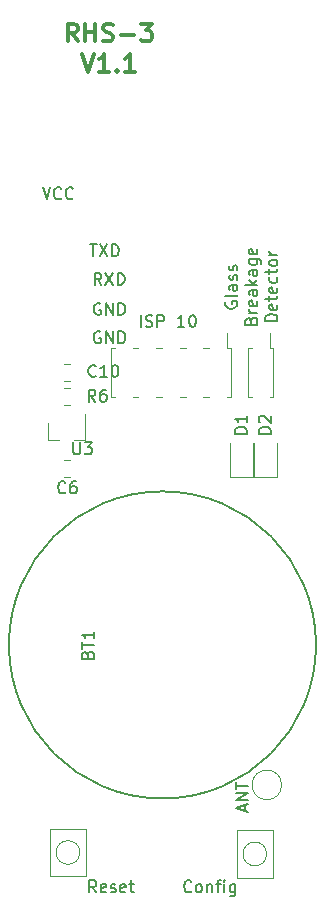
<source format=gto>
G04 #@! TF.GenerationSoftware,KiCad,Pcbnew,(5.1.5)-3*
G04 #@! TF.CreationDate,2020-04-21T12:57:46+02:00*
G04 #@! TF.ProjectId,RHS_3_Simple,5248535f-335f-4536-996d-706c652e6b69,rev?*
G04 #@! TF.SameCoordinates,Original*
G04 #@! TF.FileFunction,Legend,Top*
G04 #@! TF.FilePolarity,Positive*
%FSLAX46Y46*%
G04 Gerber Fmt 4.6, Leading zero omitted, Abs format (unit mm)*
G04 Created by KiCad (PCBNEW (5.1.5)-3) date 2020-04-21 12:57:46*
%MOMM*%
%LPD*%
G04 APERTURE LIST*
%ADD10C,0.200000*%
%ADD11C,0.300000*%
%ADD12C,0.150000*%
%ADD13C,0.120000*%
G04 APERTURE END LIST*
D10*
X105369000Y-132452904D02*
X105321380Y-132548142D01*
X105321380Y-132691000D01*
X105369000Y-132833857D01*
X105464238Y-132929095D01*
X105559476Y-132976714D01*
X105749952Y-133024333D01*
X105892809Y-133024333D01*
X106083285Y-132976714D01*
X106178523Y-132929095D01*
X106273761Y-132833857D01*
X106321380Y-132691000D01*
X106321380Y-132595761D01*
X106273761Y-132452904D01*
X106226142Y-132405285D01*
X105892809Y-132405285D01*
X105892809Y-132595761D01*
X106321380Y-131833857D02*
X106273761Y-131929095D01*
X106178523Y-131976714D01*
X105321380Y-131976714D01*
X106321380Y-131024333D02*
X105797571Y-131024333D01*
X105702333Y-131071952D01*
X105654714Y-131167190D01*
X105654714Y-131357666D01*
X105702333Y-131452904D01*
X106273761Y-131024333D02*
X106321380Y-131119571D01*
X106321380Y-131357666D01*
X106273761Y-131452904D01*
X106178523Y-131500523D01*
X106083285Y-131500523D01*
X105988047Y-131452904D01*
X105940428Y-131357666D01*
X105940428Y-131119571D01*
X105892809Y-131024333D01*
X106273761Y-130595761D02*
X106321380Y-130500523D01*
X106321380Y-130310047D01*
X106273761Y-130214809D01*
X106178523Y-130167190D01*
X106130904Y-130167190D01*
X106035666Y-130214809D01*
X105988047Y-130310047D01*
X105988047Y-130452904D01*
X105940428Y-130548142D01*
X105845190Y-130595761D01*
X105797571Y-130595761D01*
X105702333Y-130548142D01*
X105654714Y-130452904D01*
X105654714Y-130310047D01*
X105702333Y-130214809D01*
X106273761Y-129786238D02*
X106321380Y-129691000D01*
X106321380Y-129500523D01*
X106273761Y-129405285D01*
X106178523Y-129357666D01*
X106130904Y-129357666D01*
X106035666Y-129405285D01*
X105988047Y-129500523D01*
X105988047Y-129643380D01*
X105940428Y-129738619D01*
X105845190Y-129786238D01*
X105797571Y-129786238D01*
X105702333Y-129738619D01*
X105654714Y-129643380D01*
X105654714Y-129500523D01*
X105702333Y-129405285D01*
X107497571Y-134048142D02*
X107545190Y-133905285D01*
X107592809Y-133857666D01*
X107688047Y-133810047D01*
X107830904Y-133810047D01*
X107926142Y-133857666D01*
X107973761Y-133905285D01*
X108021380Y-134000523D01*
X108021380Y-134381476D01*
X107021380Y-134381476D01*
X107021380Y-134048142D01*
X107069000Y-133952904D01*
X107116619Y-133905285D01*
X107211857Y-133857666D01*
X107307095Y-133857666D01*
X107402333Y-133905285D01*
X107449952Y-133952904D01*
X107497571Y-134048142D01*
X107497571Y-134381476D01*
X108021380Y-133381476D02*
X107354714Y-133381476D01*
X107545190Y-133381476D02*
X107449952Y-133333857D01*
X107402333Y-133286238D01*
X107354714Y-133191000D01*
X107354714Y-133095761D01*
X107973761Y-132381476D02*
X108021380Y-132476714D01*
X108021380Y-132667190D01*
X107973761Y-132762428D01*
X107878523Y-132810047D01*
X107497571Y-132810047D01*
X107402333Y-132762428D01*
X107354714Y-132667190D01*
X107354714Y-132476714D01*
X107402333Y-132381476D01*
X107497571Y-132333857D01*
X107592809Y-132333857D01*
X107688047Y-132810047D01*
X108021380Y-131476714D02*
X107497571Y-131476714D01*
X107402333Y-131524333D01*
X107354714Y-131619571D01*
X107354714Y-131810047D01*
X107402333Y-131905285D01*
X107973761Y-131476714D02*
X108021380Y-131571952D01*
X108021380Y-131810047D01*
X107973761Y-131905285D01*
X107878523Y-131952904D01*
X107783285Y-131952904D01*
X107688047Y-131905285D01*
X107640428Y-131810047D01*
X107640428Y-131571952D01*
X107592809Y-131476714D01*
X108021380Y-131000523D02*
X107021380Y-131000523D01*
X107640428Y-130905285D02*
X108021380Y-130619571D01*
X107354714Y-130619571D02*
X107735666Y-131000523D01*
X108021380Y-129762428D02*
X107497571Y-129762428D01*
X107402333Y-129810047D01*
X107354714Y-129905285D01*
X107354714Y-130095761D01*
X107402333Y-130191000D01*
X107973761Y-129762428D02*
X108021380Y-129857666D01*
X108021380Y-130095761D01*
X107973761Y-130191000D01*
X107878523Y-130238619D01*
X107783285Y-130238619D01*
X107688047Y-130191000D01*
X107640428Y-130095761D01*
X107640428Y-129857666D01*
X107592809Y-129762428D01*
X107354714Y-128857666D02*
X108164238Y-128857666D01*
X108259476Y-128905285D01*
X108307095Y-128952904D01*
X108354714Y-129048142D01*
X108354714Y-129191000D01*
X108307095Y-129286238D01*
X107973761Y-128857666D02*
X108021380Y-128952904D01*
X108021380Y-129143380D01*
X107973761Y-129238619D01*
X107926142Y-129286238D01*
X107830904Y-129333857D01*
X107545190Y-129333857D01*
X107449952Y-129286238D01*
X107402333Y-129238619D01*
X107354714Y-129143380D01*
X107354714Y-128952904D01*
X107402333Y-128857666D01*
X107973761Y-128000523D02*
X108021380Y-128095761D01*
X108021380Y-128286238D01*
X107973761Y-128381476D01*
X107878523Y-128429095D01*
X107497571Y-128429095D01*
X107402333Y-128381476D01*
X107354714Y-128286238D01*
X107354714Y-128095761D01*
X107402333Y-128000523D01*
X107497571Y-127952904D01*
X107592809Y-127952904D01*
X107688047Y-128429095D01*
X109721380Y-134071952D02*
X108721380Y-134071952D01*
X108721380Y-133833857D01*
X108769000Y-133691000D01*
X108864238Y-133595761D01*
X108959476Y-133548142D01*
X109149952Y-133500523D01*
X109292809Y-133500523D01*
X109483285Y-133548142D01*
X109578523Y-133595761D01*
X109673761Y-133691000D01*
X109721380Y-133833857D01*
X109721380Y-134071952D01*
X109673761Y-132691000D02*
X109721380Y-132786238D01*
X109721380Y-132976714D01*
X109673761Y-133071952D01*
X109578523Y-133119571D01*
X109197571Y-133119571D01*
X109102333Y-133071952D01*
X109054714Y-132976714D01*
X109054714Y-132786238D01*
X109102333Y-132691000D01*
X109197571Y-132643380D01*
X109292809Y-132643380D01*
X109388047Y-133119571D01*
X109054714Y-132357666D02*
X109054714Y-131976714D01*
X108721380Y-132214809D02*
X109578523Y-132214809D01*
X109673761Y-132167190D01*
X109721380Y-132071952D01*
X109721380Y-131976714D01*
X109673761Y-131262428D02*
X109721380Y-131357666D01*
X109721380Y-131548142D01*
X109673761Y-131643380D01*
X109578523Y-131691000D01*
X109197571Y-131691000D01*
X109102333Y-131643380D01*
X109054714Y-131548142D01*
X109054714Y-131357666D01*
X109102333Y-131262428D01*
X109197571Y-131214809D01*
X109292809Y-131214809D01*
X109388047Y-131691000D01*
X109673761Y-130357666D02*
X109721380Y-130452904D01*
X109721380Y-130643380D01*
X109673761Y-130738619D01*
X109626142Y-130786238D01*
X109530904Y-130833857D01*
X109245190Y-130833857D01*
X109149952Y-130786238D01*
X109102333Y-130738619D01*
X109054714Y-130643380D01*
X109054714Y-130452904D01*
X109102333Y-130357666D01*
X109054714Y-130071952D02*
X109054714Y-129691000D01*
X108721380Y-129929095D02*
X109578523Y-129929095D01*
X109673761Y-129881476D01*
X109721380Y-129786238D01*
X109721380Y-129691000D01*
X109721380Y-129214809D02*
X109673761Y-129310047D01*
X109626142Y-129357666D01*
X109530904Y-129405285D01*
X109245190Y-129405285D01*
X109149952Y-129357666D01*
X109102333Y-129310047D01*
X109054714Y-129214809D01*
X109054714Y-129071952D01*
X109102333Y-128976714D01*
X109149952Y-128929095D01*
X109245190Y-128881476D01*
X109530904Y-128881476D01*
X109626142Y-128929095D01*
X109673761Y-128976714D01*
X109721380Y-129071952D01*
X109721380Y-129214809D01*
X109721380Y-128452904D02*
X109054714Y-128452904D01*
X109245190Y-128452904D02*
X109149952Y-128405285D01*
X109102333Y-128357666D01*
X109054714Y-128262428D01*
X109054714Y-128167190D01*
D11*
X92825428Y-110401571D02*
X92325428Y-109687285D01*
X91968285Y-110401571D02*
X91968285Y-108901571D01*
X92539714Y-108901571D01*
X92682571Y-108973000D01*
X92754000Y-109044428D01*
X92825428Y-109187285D01*
X92825428Y-109401571D01*
X92754000Y-109544428D01*
X92682571Y-109615857D01*
X92539714Y-109687285D01*
X91968285Y-109687285D01*
X93468285Y-110401571D02*
X93468285Y-108901571D01*
X93468285Y-109615857D02*
X94325428Y-109615857D01*
X94325428Y-110401571D02*
X94325428Y-108901571D01*
X94968285Y-110330142D02*
X95182571Y-110401571D01*
X95539714Y-110401571D01*
X95682571Y-110330142D01*
X95754000Y-110258714D01*
X95825428Y-110115857D01*
X95825428Y-109973000D01*
X95754000Y-109830142D01*
X95682571Y-109758714D01*
X95539714Y-109687285D01*
X95254000Y-109615857D01*
X95111142Y-109544428D01*
X95039714Y-109473000D01*
X94968285Y-109330142D01*
X94968285Y-109187285D01*
X95039714Y-109044428D01*
X95111142Y-108973000D01*
X95254000Y-108901571D01*
X95611142Y-108901571D01*
X95825428Y-108973000D01*
X96468285Y-109830142D02*
X97611142Y-109830142D01*
X98182571Y-108901571D02*
X99111142Y-108901571D01*
X98611142Y-109473000D01*
X98825428Y-109473000D01*
X98968285Y-109544428D01*
X99039714Y-109615857D01*
X99111142Y-109758714D01*
X99111142Y-110115857D01*
X99039714Y-110258714D01*
X98968285Y-110330142D01*
X98825428Y-110401571D01*
X98396857Y-110401571D01*
X98254000Y-110330142D01*
X98182571Y-110258714D01*
X93218285Y-111451571D02*
X93718285Y-112951571D01*
X94218285Y-111451571D01*
X95504000Y-112951571D02*
X94646857Y-112951571D01*
X95075428Y-112951571D02*
X95075428Y-111451571D01*
X94932571Y-111665857D01*
X94789714Y-111808714D01*
X94646857Y-111880142D01*
X96146857Y-112808714D02*
X96218285Y-112880142D01*
X96146857Y-112951571D01*
X96075428Y-112880142D01*
X96146857Y-112808714D01*
X96146857Y-112951571D01*
X97646857Y-112951571D02*
X96789714Y-112951571D01*
X97218285Y-112951571D02*
X97218285Y-111451571D01*
X97075428Y-111665857D01*
X96932571Y-111808714D01*
X96789714Y-111880142D01*
D12*
X94742095Y-135009000D02*
X94646857Y-134961380D01*
X94504000Y-134961380D01*
X94361142Y-135009000D01*
X94265904Y-135104238D01*
X94218285Y-135199476D01*
X94170666Y-135389952D01*
X94170666Y-135532809D01*
X94218285Y-135723285D01*
X94265904Y-135818523D01*
X94361142Y-135913761D01*
X94504000Y-135961380D01*
X94599238Y-135961380D01*
X94742095Y-135913761D01*
X94789714Y-135866142D01*
X94789714Y-135532809D01*
X94599238Y-135532809D01*
X95218285Y-135961380D02*
X95218285Y-134961380D01*
X95789714Y-135961380D01*
X95789714Y-134961380D01*
X96265904Y-135961380D02*
X96265904Y-134961380D01*
X96504000Y-134961380D01*
X96646857Y-135009000D01*
X96742095Y-135104238D01*
X96789714Y-135199476D01*
X96837333Y-135389952D01*
X96837333Y-135532809D01*
X96789714Y-135723285D01*
X96742095Y-135818523D01*
X96646857Y-135913761D01*
X96504000Y-135961380D01*
X96265904Y-135961380D01*
X94742095Y-132596000D02*
X94646857Y-132548380D01*
X94504000Y-132548380D01*
X94361142Y-132596000D01*
X94265904Y-132691238D01*
X94218285Y-132786476D01*
X94170666Y-132976952D01*
X94170666Y-133119809D01*
X94218285Y-133310285D01*
X94265904Y-133405523D01*
X94361142Y-133500761D01*
X94504000Y-133548380D01*
X94599238Y-133548380D01*
X94742095Y-133500761D01*
X94789714Y-133453142D01*
X94789714Y-133119809D01*
X94599238Y-133119809D01*
X95218285Y-133548380D02*
X95218285Y-132548380D01*
X95789714Y-133548380D01*
X95789714Y-132548380D01*
X96265904Y-133548380D02*
X96265904Y-132548380D01*
X96504000Y-132548380D01*
X96646857Y-132596000D01*
X96742095Y-132691238D01*
X96789714Y-132786476D01*
X96837333Y-132976952D01*
X96837333Y-133119809D01*
X96789714Y-133310285D01*
X96742095Y-133405523D01*
X96646857Y-133500761D01*
X96504000Y-133548380D01*
X96265904Y-133548380D01*
X94837333Y-131008380D02*
X94504000Y-130532190D01*
X94265904Y-131008380D02*
X94265904Y-130008380D01*
X94646857Y-130008380D01*
X94742095Y-130056000D01*
X94789714Y-130103619D01*
X94837333Y-130198857D01*
X94837333Y-130341714D01*
X94789714Y-130436952D01*
X94742095Y-130484571D01*
X94646857Y-130532190D01*
X94265904Y-130532190D01*
X95170666Y-130008380D02*
X95837333Y-131008380D01*
X95837333Y-130008380D02*
X95170666Y-131008380D01*
X96218285Y-131008380D02*
X96218285Y-130008380D01*
X96456380Y-130008380D01*
X96599238Y-130056000D01*
X96694476Y-130151238D01*
X96742095Y-130246476D01*
X96789714Y-130436952D01*
X96789714Y-130579809D01*
X96742095Y-130770285D01*
X96694476Y-130865523D01*
X96599238Y-130960761D01*
X96456380Y-131008380D01*
X96218285Y-131008380D01*
X93861095Y-127595380D02*
X94432523Y-127595380D01*
X94146809Y-128595380D02*
X94146809Y-127595380D01*
X94670619Y-127595380D02*
X95337285Y-128595380D01*
X95337285Y-127595380D02*
X94670619Y-128595380D01*
X95718238Y-128595380D02*
X95718238Y-127595380D01*
X95956333Y-127595380D01*
X96099190Y-127643000D01*
X96194428Y-127738238D01*
X96242047Y-127833476D01*
X96289666Y-128023952D01*
X96289666Y-128166809D01*
X96242047Y-128357285D01*
X96194428Y-128452523D01*
X96099190Y-128547761D01*
X95956333Y-128595380D01*
X95718238Y-128595380D01*
X89852666Y-122769380D02*
X90186000Y-123769380D01*
X90519333Y-122769380D01*
X91424095Y-123674142D02*
X91376476Y-123721761D01*
X91233619Y-123769380D01*
X91138380Y-123769380D01*
X90995523Y-123721761D01*
X90900285Y-123626523D01*
X90852666Y-123531285D01*
X90805047Y-123340809D01*
X90805047Y-123197952D01*
X90852666Y-123007476D01*
X90900285Y-122912238D01*
X90995523Y-122817000D01*
X91138380Y-122769380D01*
X91233619Y-122769380D01*
X91376476Y-122817000D01*
X91424095Y-122864619D01*
X92424095Y-123674142D02*
X92376476Y-123721761D01*
X92233619Y-123769380D01*
X92138380Y-123769380D01*
X91995523Y-123721761D01*
X91900285Y-123626523D01*
X91852666Y-123531285D01*
X91805047Y-123340809D01*
X91805047Y-123197952D01*
X91852666Y-123007476D01*
X91900285Y-122912238D01*
X91995523Y-122817000D01*
X92138380Y-122769380D01*
X92233619Y-122769380D01*
X92376476Y-122817000D01*
X92424095Y-122864619D01*
D13*
X107571000Y-140490000D02*
X107271000Y-140490000D01*
X107571000Y-136370000D02*
X107271000Y-136370000D01*
X109391000Y-140490000D02*
X109091000Y-140490000D01*
X109391000Y-136370000D02*
X109091000Y-136370000D01*
X109091000Y-135115000D02*
X109091000Y-136370000D01*
X107271000Y-136370000D02*
X107271000Y-140490000D01*
X109391000Y-136370000D02*
X109391000Y-140490000D01*
X97951000Y-140490000D02*
X97471000Y-140490000D01*
X97951000Y-136370000D02*
X97471000Y-136370000D01*
X99951000Y-140490000D02*
X99471000Y-140490000D01*
X99951000Y-136370000D02*
X99471000Y-136370000D01*
X101951000Y-140490000D02*
X101471000Y-140490000D01*
X101951000Y-136370000D02*
X101471000Y-136370000D01*
X103951000Y-140490000D02*
X103471000Y-140490000D01*
X103951000Y-136370000D02*
X103471000Y-136370000D01*
X95951000Y-140490000D02*
X95651000Y-140490000D01*
X95951000Y-136370000D02*
X95651000Y-136370000D01*
X105771000Y-140490000D02*
X105471000Y-140490000D01*
X105771000Y-136370000D02*
X105471000Y-136370000D01*
X105471000Y-135115000D02*
X105471000Y-136370000D01*
X95651000Y-136370000D02*
X95651000Y-140490000D01*
X105771000Y-136370000D02*
X105771000Y-140490000D01*
D10*
X113000000Y-161500000D02*
G75*
G03X113000000Y-161500000I-13000000J0D01*
G01*
D13*
X92209252Y-139752000D02*
X91686748Y-139752000D01*
X92209252Y-141172000D02*
X91686748Y-141172000D01*
X91676748Y-137720000D02*
X92199252Y-137720000D01*
X91676748Y-139140000D02*
X92199252Y-139140000D01*
X105720000Y-144415000D02*
X105720000Y-147275000D01*
X105720000Y-147275000D02*
X107640000Y-147275000D01*
X107640000Y-147275000D02*
X107640000Y-144415000D01*
X109672000Y-147275000D02*
X109672000Y-144415000D01*
X107752000Y-147275000D02*
X109672000Y-147275000D01*
X107752000Y-144415000D02*
X107752000Y-147275000D01*
X90288000Y-144143000D02*
X90288000Y-142683000D01*
X93448000Y-144143000D02*
X93448000Y-141983000D01*
X93448000Y-144143000D02*
X92518000Y-144143000D01*
X90288000Y-144143000D02*
X91218000Y-144143000D01*
X92209252Y-147268000D02*
X91686748Y-147268000D01*
X92209252Y-145848000D02*
X91686748Y-145848000D01*
X90500000Y-179070000D02*
X90500000Y-177070000D01*
X90500000Y-177070000D02*
X93500000Y-177070000D01*
X93500000Y-177070000D02*
X93500000Y-181070000D01*
X93500000Y-181070000D02*
X90500000Y-181070000D01*
X90500000Y-181070000D02*
X90500000Y-179070000D01*
X93000000Y-179070000D02*
G75*
G03X93000000Y-179070000I-1000000J0D01*
G01*
X108823000Y-179197000D02*
G75*
G03X108823000Y-179197000I-1000000J0D01*
G01*
X106323000Y-181197000D02*
X106323000Y-179197000D01*
X109323000Y-181197000D02*
X106323000Y-181197000D01*
X109323000Y-177197000D02*
X109323000Y-181197000D01*
X106323000Y-177197000D02*
X109323000Y-177197000D01*
X106323000Y-179197000D02*
X106323000Y-177197000D01*
X110090000Y-173355000D02*
G75*
G03X110090000Y-173355000I-1251000J0D01*
G01*
D12*
X98147476Y-134564380D02*
X98147476Y-133564380D01*
X98576047Y-134516761D02*
X98718904Y-134564380D01*
X98957000Y-134564380D01*
X99052238Y-134516761D01*
X99099857Y-134469142D01*
X99147476Y-134373904D01*
X99147476Y-134278666D01*
X99099857Y-134183428D01*
X99052238Y-134135809D01*
X98957000Y-134088190D01*
X98766523Y-134040571D01*
X98671285Y-133992952D01*
X98623666Y-133945333D01*
X98576047Y-133850095D01*
X98576047Y-133754857D01*
X98623666Y-133659619D01*
X98671285Y-133612000D01*
X98766523Y-133564380D01*
X99004619Y-133564380D01*
X99147476Y-133612000D01*
X99576047Y-134564380D02*
X99576047Y-133564380D01*
X99957000Y-133564380D01*
X100052238Y-133612000D01*
X100099857Y-133659619D01*
X100147476Y-133754857D01*
X100147476Y-133897714D01*
X100099857Y-133992952D01*
X100052238Y-134040571D01*
X99957000Y-134088190D01*
X99576047Y-134088190D01*
X101861761Y-134564380D02*
X101290333Y-134564380D01*
X101576047Y-134564380D02*
X101576047Y-133564380D01*
X101480809Y-133707238D01*
X101385571Y-133802476D01*
X101290333Y-133850095D01*
X102480809Y-133564380D02*
X102576047Y-133564380D01*
X102671285Y-133612000D01*
X102718904Y-133659619D01*
X102766523Y-133754857D01*
X102814142Y-133945333D01*
X102814142Y-134183428D01*
X102766523Y-134373904D01*
X102718904Y-134469142D01*
X102671285Y-134516761D01*
X102576047Y-134564380D01*
X102480809Y-134564380D01*
X102385571Y-134516761D01*
X102337952Y-134469142D01*
X102290333Y-134373904D01*
X102242714Y-134183428D01*
X102242714Y-133945333D01*
X102290333Y-133754857D01*
X102337952Y-133659619D01*
X102385571Y-133612000D01*
X102480809Y-133564380D01*
X93654571Y-162329714D02*
X93702190Y-162186857D01*
X93749809Y-162139238D01*
X93845047Y-162091619D01*
X93987904Y-162091619D01*
X94083142Y-162139238D01*
X94130761Y-162186857D01*
X94178380Y-162282095D01*
X94178380Y-162663047D01*
X93178380Y-162663047D01*
X93178380Y-162329714D01*
X93226000Y-162234476D01*
X93273619Y-162186857D01*
X93368857Y-162139238D01*
X93464095Y-162139238D01*
X93559333Y-162186857D01*
X93606952Y-162234476D01*
X93654571Y-162329714D01*
X93654571Y-162663047D01*
X93178380Y-161805904D02*
X93178380Y-161234476D01*
X94178380Y-161520190D02*
X93178380Y-161520190D01*
X94178380Y-160377333D02*
X94178380Y-160948761D01*
X94178380Y-160663047D02*
X93178380Y-160663047D01*
X93321238Y-160758285D01*
X93416476Y-160853523D01*
X93464095Y-160948761D01*
X94321333Y-140894380D02*
X93988000Y-140418190D01*
X93749904Y-140894380D02*
X93749904Y-139894380D01*
X94130857Y-139894380D01*
X94226095Y-139942000D01*
X94273714Y-139989619D01*
X94321333Y-140084857D01*
X94321333Y-140227714D01*
X94273714Y-140322952D01*
X94226095Y-140370571D01*
X94130857Y-140418190D01*
X93749904Y-140418190D01*
X95178476Y-139894380D02*
X94988000Y-139894380D01*
X94892761Y-139942000D01*
X94845142Y-139989619D01*
X94749904Y-140132476D01*
X94702285Y-140322952D01*
X94702285Y-140703904D01*
X94749904Y-140799142D01*
X94797523Y-140846761D01*
X94892761Y-140894380D01*
X95083238Y-140894380D01*
X95178476Y-140846761D01*
X95226095Y-140799142D01*
X95273714Y-140703904D01*
X95273714Y-140465809D01*
X95226095Y-140370571D01*
X95178476Y-140322952D01*
X95083238Y-140275333D01*
X94892761Y-140275333D01*
X94797523Y-140322952D01*
X94749904Y-140370571D01*
X94702285Y-140465809D01*
X94353142Y-138707142D02*
X94305523Y-138754761D01*
X94162666Y-138802380D01*
X94067428Y-138802380D01*
X93924571Y-138754761D01*
X93829333Y-138659523D01*
X93781714Y-138564285D01*
X93734095Y-138373809D01*
X93734095Y-138230952D01*
X93781714Y-138040476D01*
X93829333Y-137945238D01*
X93924571Y-137850000D01*
X94067428Y-137802380D01*
X94162666Y-137802380D01*
X94305523Y-137850000D01*
X94353142Y-137897619D01*
X95305523Y-138802380D02*
X94734095Y-138802380D01*
X95019809Y-138802380D02*
X95019809Y-137802380D01*
X94924571Y-137945238D01*
X94829333Y-138040476D01*
X94734095Y-138088095D01*
X95924571Y-137802380D02*
X96019809Y-137802380D01*
X96115047Y-137850000D01*
X96162666Y-137897619D01*
X96210285Y-137992857D01*
X96257904Y-138183333D01*
X96257904Y-138421428D01*
X96210285Y-138611904D01*
X96162666Y-138707142D01*
X96115047Y-138754761D01*
X96019809Y-138802380D01*
X95924571Y-138802380D01*
X95829333Y-138754761D01*
X95781714Y-138707142D01*
X95734095Y-138611904D01*
X95686476Y-138421428D01*
X95686476Y-138183333D01*
X95734095Y-137992857D01*
X95781714Y-137897619D01*
X95829333Y-137850000D01*
X95924571Y-137802380D01*
X107132380Y-143613095D02*
X106132380Y-143613095D01*
X106132380Y-143375000D01*
X106180000Y-143232142D01*
X106275238Y-143136904D01*
X106370476Y-143089285D01*
X106560952Y-143041666D01*
X106703809Y-143041666D01*
X106894285Y-143089285D01*
X106989523Y-143136904D01*
X107084761Y-143232142D01*
X107132380Y-143375000D01*
X107132380Y-143613095D01*
X107132380Y-142089285D02*
X107132380Y-142660714D01*
X107132380Y-142375000D02*
X106132380Y-142375000D01*
X106275238Y-142470238D01*
X106370476Y-142565476D01*
X106418095Y-142660714D01*
X109164380Y-143613095D02*
X108164380Y-143613095D01*
X108164380Y-143375000D01*
X108212000Y-143232142D01*
X108307238Y-143136904D01*
X108402476Y-143089285D01*
X108592952Y-143041666D01*
X108735809Y-143041666D01*
X108926285Y-143089285D01*
X109021523Y-143136904D01*
X109116761Y-143232142D01*
X109164380Y-143375000D01*
X109164380Y-143613095D01*
X108259619Y-142660714D02*
X108212000Y-142613095D01*
X108164380Y-142517857D01*
X108164380Y-142279761D01*
X108212000Y-142184523D01*
X108259619Y-142136904D01*
X108354857Y-142089285D01*
X108450095Y-142089285D01*
X108592952Y-142136904D01*
X109164380Y-142708333D01*
X109164380Y-142089285D01*
X92456095Y-144359380D02*
X92456095Y-145168904D01*
X92503714Y-145264142D01*
X92551333Y-145311761D01*
X92646571Y-145359380D01*
X92837047Y-145359380D01*
X92932285Y-145311761D01*
X92979904Y-145264142D01*
X93027523Y-145168904D01*
X93027523Y-144359380D01*
X93408476Y-144359380D02*
X94027523Y-144359380D01*
X93694190Y-144740333D01*
X93837047Y-144740333D01*
X93932285Y-144787952D01*
X93979904Y-144835571D01*
X94027523Y-144930809D01*
X94027523Y-145168904D01*
X93979904Y-145264142D01*
X93932285Y-145311761D01*
X93837047Y-145359380D01*
X93551333Y-145359380D01*
X93456095Y-145311761D01*
X93408476Y-145264142D01*
X91781333Y-148566142D02*
X91733714Y-148613761D01*
X91590857Y-148661380D01*
X91495619Y-148661380D01*
X91352761Y-148613761D01*
X91257523Y-148518523D01*
X91209904Y-148423285D01*
X91162285Y-148232809D01*
X91162285Y-148089952D01*
X91209904Y-147899476D01*
X91257523Y-147804238D01*
X91352761Y-147709000D01*
X91495619Y-147661380D01*
X91590857Y-147661380D01*
X91733714Y-147709000D01*
X91781333Y-147756619D01*
X92638476Y-147661380D02*
X92448000Y-147661380D01*
X92352761Y-147709000D01*
X92305142Y-147756619D01*
X92209904Y-147899476D01*
X92162285Y-148089952D01*
X92162285Y-148470904D01*
X92209904Y-148566142D01*
X92257523Y-148613761D01*
X92352761Y-148661380D01*
X92543238Y-148661380D01*
X92638476Y-148613761D01*
X92686095Y-148566142D01*
X92733714Y-148470904D01*
X92733714Y-148232809D01*
X92686095Y-148137571D01*
X92638476Y-148089952D01*
X92543238Y-148042333D01*
X92352761Y-148042333D01*
X92257523Y-148089952D01*
X92209904Y-148137571D01*
X92162285Y-148232809D01*
X94392904Y-182443380D02*
X94059571Y-181967190D01*
X93821476Y-182443380D02*
X93821476Y-181443380D01*
X94202428Y-181443380D01*
X94297666Y-181491000D01*
X94345285Y-181538619D01*
X94392904Y-181633857D01*
X94392904Y-181776714D01*
X94345285Y-181871952D01*
X94297666Y-181919571D01*
X94202428Y-181967190D01*
X93821476Y-181967190D01*
X95202428Y-182395761D02*
X95107190Y-182443380D01*
X94916714Y-182443380D01*
X94821476Y-182395761D01*
X94773857Y-182300523D01*
X94773857Y-181919571D01*
X94821476Y-181824333D01*
X94916714Y-181776714D01*
X95107190Y-181776714D01*
X95202428Y-181824333D01*
X95250047Y-181919571D01*
X95250047Y-182014809D01*
X94773857Y-182110047D01*
X95631000Y-182395761D02*
X95726238Y-182443380D01*
X95916714Y-182443380D01*
X96011952Y-182395761D01*
X96059571Y-182300523D01*
X96059571Y-182252904D01*
X96011952Y-182157666D01*
X95916714Y-182110047D01*
X95773857Y-182110047D01*
X95678619Y-182062428D01*
X95631000Y-181967190D01*
X95631000Y-181919571D01*
X95678619Y-181824333D01*
X95773857Y-181776714D01*
X95916714Y-181776714D01*
X96011952Y-181824333D01*
X96869095Y-182395761D02*
X96773857Y-182443380D01*
X96583380Y-182443380D01*
X96488142Y-182395761D01*
X96440523Y-182300523D01*
X96440523Y-181919571D01*
X96488142Y-181824333D01*
X96583380Y-181776714D01*
X96773857Y-181776714D01*
X96869095Y-181824333D01*
X96916714Y-181919571D01*
X96916714Y-182014809D01*
X96440523Y-182110047D01*
X97202428Y-181776714D02*
X97583380Y-181776714D01*
X97345285Y-181443380D02*
X97345285Y-182300523D01*
X97392904Y-182395761D01*
X97488142Y-182443380D01*
X97583380Y-182443380D01*
X102441571Y-182348142D02*
X102393952Y-182395761D01*
X102251095Y-182443380D01*
X102155857Y-182443380D01*
X102013000Y-182395761D01*
X101917761Y-182300523D01*
X101870142Y-182205285D01*
X101822523Y-182014809D01*
X101822523Y-181871952D01*
X101870142Y-181681476D01*
X101917761Y-181586238D01*
X102013000Y-181491000D01*
X102155857Y-181443380D01*
X102251095Y-181443380D01*
X102393952Y-181491000D01*
X102441571Y-181538619D01*
X103013000Y-182443380D02*
X102917761Y-182395761D01*
X102870142Y-182348142D01*
X102822523Y-182252904D01*
X102822523Y-181967190D01*
X102870142Y-181871952D01*
X102917761Y-181824333D01*
X103013000Y-181776714D01*
X103155857Y-181776714D01*
X103251095Y-181824333D01*
X103298714Y-181871952D01*
X103346333Y-181967190D01*
X103346333Y-182252904D01*
X103298714Y-182348142D01*
X103251095Y-182395761D01*
X103155857Y-182443380D01*
X103013000Y-182443380D01*
X103774904Y-181776714D02*
X103774904Y-182443380D01*
X103774904Y-181871952D02*
X103822523Y-181824333D01*
X103917761Y-181776714D01*
X104060619Y-181776714D01*
X104155857Y-181824333D01*
X104203476Y-181919571D01*
X104203476Y-182443380D01*
X104536809Y-181776714D02*
X104917761Y-181776714D01*
X104679666Y-182443380D02*
X104679666Y-181586238D01*
X104727285Y-181491000D01*
X104822523Y-181443380D01*
X104917761Y-181443380D01*
X105251095Y-182443380D02*
X105251095Y-181776714D01*
X105251095Y-181443380D02*
X105203476Y-181491000D01*
X105251095Y-181538619D01*
X105298714Y-181491000D01*
X105251095Y-181443380D01*
X105251095Y-181538619D01*
X106155857Y-181776714D02*
X106155857Y-182586238D01*
X106108238Y-182681476D01*
X106060619Y-182729095D01*
X105965380Y-182776714D01*
X105822523Y-182776714D01*
X105727285Y-182729095D01*
X106155857Y-182395761D02*
X106060619Y-182443380D01*
X105870142Y-182443380D01*
X105774904Y-182395761D01*
X105727285Y-182348142D01*
X105679666Y-182252904D01*
X105679666Y-181967190D01*
X105727285Y-181871952D01*
X105774904Y-181824333D01*
X105870142Y-181776714D01*
X106060619Y-181776714D01*
X106155857Y-181824333D01*
X106973666Y-175513857D02*
X106973666Y-175037666D01*
X107259380Y-175609095D02*
X106259380Y-175275761D01*
X107259380Y-174942428D01*
X107259380Y-174609095D02*
X106259380Y-174609095D01*
X107259380Y-174037666D01*
X106259380Y-174037666D01*
X106259380Y-173704333D02*
X106259380Y-173132904D01*
X107259380Y-173418619D02*
X106259380Y-173418619D01*
M02*

</source>
